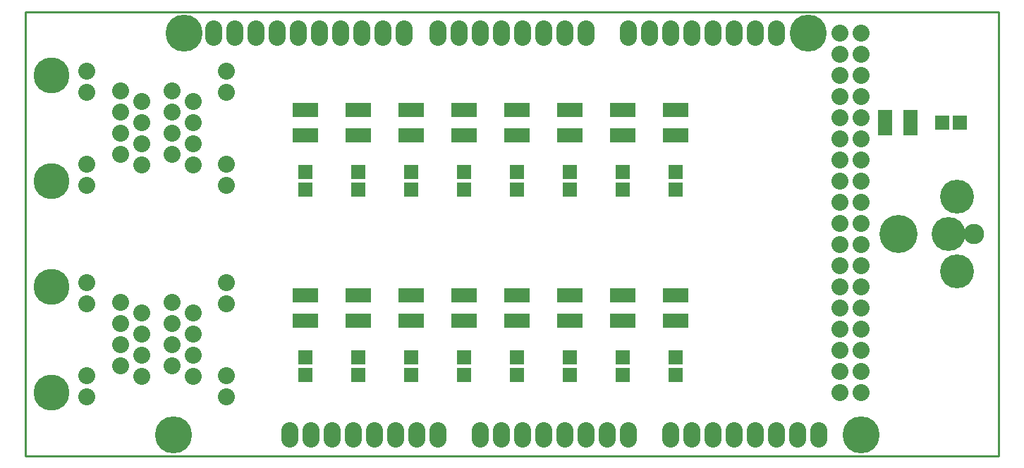
<source format=gts>
G04 (created by PCBNEW (2013-jul-07)-stable) date Wed 27 Aug 2014 01:35:07 PM EDT*
%MOIN*%
G04 Gerber Fmt 3.4, Leading zero omitted, Abs format*
%FSLAX34Y34*%
G01*
G70*
G90*
G04 APERTURE LIST*
%ADD10C,0.00590551*%
%ADD11C,0.009*%
%ADD12C,0.175*%
%ADD13O,0.08X0.12*%
%ADD14C,0.08*%
%ADD15C,0.096*%
%ADD16C,0.16*%
%ADD17C,0.18*%
%ADD18R,0.07X0.12*%
%ADD19R,0.067X0.067*%
%ADD20C,0.17*%
%ADD21R,0.12X0.07*%
G04 APERTURE END LIST*
G54D10*
G54D11*
X89500Y-51500D02*
X43500Y-51500D01*
X43500Y-30500D02*
X89500Y-30500D01*
X43500Y-30500D02*
X43500Y-51500D01*
X89500Y-51500D02*
X89500Y-30500D01*
G54D12*
X50500Y-50500D03*
X51000Y-31500D03*
X83000Y-50500D03*
X80500Y-31500D03*
G54D13*
X56000Y-50500D03*
X57000Y-50500D03*
X58000Y-50500D03*
X59000Y-50500D03*
X60000Y-50500D03*
X61000Y-50500D03*
X62000Y-50500D03*
X63000Y-50500D03*
X65000Y-50500D03*
X66000Y-50500D03*
X67000Y-50500D03*
X68000Y-50500D03*
X69000Y-50500D03*
X70000Y-50500D03*
X71000Y-50500D03*
X72000Y-50500D03*
X74000Y-50500D03*
X75000Y-50500D03*
X76000Y-50500D03*
X77000Y-50500D03*
X78000Y-50500D03*
X79000Y-50500D03*
X80000Y-50500D03*
X81000Y-50500D03*
X52400Y-31500D03*
X53400Y-31500D03*
X54400Y-31500D03*
X55400Y-31500D03*
X56400Y-31500D03*
X57400Y-31500D03*
X58400Y-31500D03*
X59400Y-31500D03*
X60400Y-31500D03*
X61400Y-31500D03*
X63000Y-31500D03*
X70000Y-31500D03*
X69000Y-31500D03*
X68000Y-31500D03*
X67000Y-31500D03*
X66000Y-31500D03*
X65000Y-31500D03*
X64000Y-31500D03*
X72000Y-31500D03*
X73000Y-31500D03*
X74000Y-31500D03*
X75000Y-31500D03*
X76000Y-31500D03*
X77000Y-31500D03*
X78000Y-31500D03*
X79000Y-31500D03*
G54D14*
X82000Y-31500D03*
X83000Y-31500D03*
X82000Y-32500D03*
X83000Y-32500D03*
X82000Y-33500D03*
X83000Y-33500D03*
X82000Y-34500D03*
X83000Y-34500D03*
X82000Y-35500D03*
X83000Y-35500D03*
X82000Y-36500D03*
X83000Y-36500D03*
X82000Y-37500D03*
X83000Y-37500D03*
X82000Y-38500D03*
X83000Y-38500D03*
X82000Y-39500D03*
X83000Y-39500D03*
X82000Y-40500D03*
X83000Y-40500D03*
X82000Y-41500D03*
X83000Y-41500D03*
X82000Y-42500D03*
X83000Y-42500D03*
X82000Y-43500D03*
X83000Y-43500D03*
X82000Y-44500D03*
X83000Y-44500D03*
X82000Y-45500D03*
X83000Y-45500D03*
X82000Y-46500D03*
X83000Y-46500D03*
X82000Y-47500D03*
X83000Y-47500D03*
X82000Y-48500D03*
X83000Y-48500D03*
G54D15*
X88320Y-41000D03*
G54D16*
X87140Y-41000D03*
G54D17*
X84780Y-41000D03*
G54D16*
X87530Y-39230D03*
X87530Y-42770D03*
G54D18*
X84150Y-35750D03*
X85350Y-35750D03*
G54D19*
X56750Y-38085D03*
X56750Y-38915D03*
X56750Y-46835D03*
X56750Y-47665D03*
X59250Y-46835D03*
X59250Y-47665D03*
X61750Y-46835D03*
X61750Y-47665D03*
X64250Y-46835D03*
X64250Y-47665D03*
X66750Y-46835D03*
X66750Y-47665D03*
X69250Y-46835D03*
X69250Y-47665D03*
X71750Y-46835D03*
X71750Y-47665D03*
X74250Y-46835D03*
X74250Y-47665D03*
X61750Y-38085D03*
X61750Y-38915D03*
X64250Y-38085D03*
X64250Y-38915D03*
X66750Y-38085D03*
X66750Y-38915D03*
X69250Y-38085D03*
X69250Y-38915D03*
X59250Y-38085D03*
X59250Y-38915D03*
X74250Y-38085D03*
X74250Y-38915D03*
X86835Y-35750D03*
X87665Y-35750D03*
X71750Y-38085D03*
X71750Y-38915D03*
G54D20*
X44750Y-43500D03*
X44750Y-48500D03*
G54D14*
X46400Y-43300D03*
X46400Y-44300D03*
X46400Y-47700D03*
X46400Y-48700D03*
X48000Y-44250D03*
X48000Y-45250D03*
X48000Y-46250D03*
X48000Y-47250D03*
X49000Y-44750D03*
X49000Y-45750D03*
X49000Y-46750D03*
X49000Y-47750D03*
X50450Y-44250D03*
X50450Y-45250D03*
X51450Y-44750D03*
X51450Y-45750D03*
X50450Y-46250D03*
X51450Y-46750D03*
X50450Y-47250D03*
X51450Y-47750D03*
X53000Y-43300D03*
X53000Y-44300D03*
X53000Y-47700D03*
X53000Y-48700D03*
G54D20*
X44750Y-33500D03*
X44750Y-38500D03*
G54D14*
X46400Y-33300D03*
X46400Y-34300D03*
X46400Y-37700D03*
X46400Y-38700D03*
X48000Y-34250D03*
X48000Y-35250D03*
X48000Y-36250D03*
X48000Y-37250D03*
X49000Y-34750D03*
X49000Y-35750D03*
X49000Y-36750D03*
X49000Y-37750D03*
X50450Y-34250D03*
X50450Y-35250D03*
X51450Y-34750D03*
X51450Y-35750D03*
X50450Y-36250D03*
X51450Y-36750D03*
X50450Y-37250D03*
X51450Y-37750D03*
X53000Y-33300D03*
X53000Y-34300D03*
X53000Y-37700D03*
X53000Y-38700D03*
G54D21*
X71750Y-35150D03*
X71750Y-36350D03*
X74250Y-35150D03*
X74250Y-36350D03*
X66750Y-35150D03*
X66750Y-36350D03*
X69250Y-35150D03*
X69250Y-36350D03*
X61750Y-35150D03*
X61750Y-36350D03*
X64250Y-35150D03*
X64250Y-36350D03*
X56750Y-35150D03*
X56750Y-36350D03*
X59250Y-35150D03*
X59250Y-36350D03*
X71750Y-43900D03*
X71750Y-45100D03*
X74250Y-43900D03*
X74250Y-45100D03*
X66750Y-43900D03*
X66750Y-45100D03*
X69250Y-43900D03*
X69250Y-45100D03*
X61750Y-43900D03*
X61750Y-45100D03*
X64250Y-43900D03*
X64250Y-45100D03*
X56750Y-43900D03*
X56750Y-45100D03*
X59250Y-43900D03*
X59250Y-45100D03*
M02*

</source>
